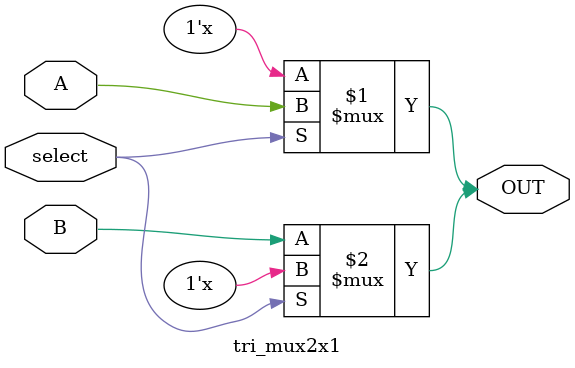
<source format=v>
module tri_mux2x1 (A,B,select,OUT);
    input A, B, select;
    output OUT;
    tri OUT;
    bufif1 (OUT, A, select);
    bufif0 (OUT, B, select);
endmodule

</source>
